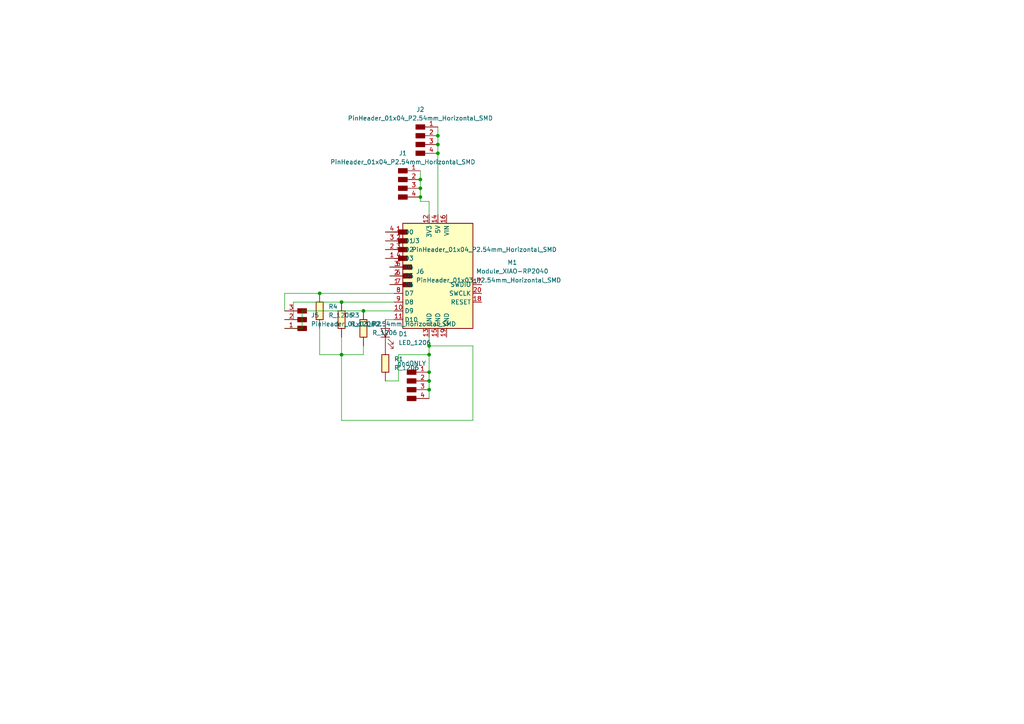
<source format=kicad_sch>
(kicad_sch (version 20250114) (generator "eeschema") (generator_version "9.0")
  (paper "A4")
  (lib_symbols
    (symbol "fab:LED_1206" (pin_numbers (hide yes)) (pin_names (offset 1.016) (hide yes))
      (property "Reference" "D" (at 0 2.54 0))
      (property "Value" "LED_1206" (at 0 -2.54 0))
      (symbol "LED_1206_0_1"
        (polyline (pts (xy -3.048 -0.762) (xy -4.572 -2.286) (xy -3.81 -2.286) (xy -4.572 -2.286) (xy -4.572 -1.524)))
        (polyline (pts (xy -1.778 -0.762) (xy -3.302 -2.286) (xy -2.54 -2.286) (xy -3.302 -2.286) (xy -3.302 -1.524)))
        (polyline (pts (xy -1.27 0) (xy 1.27 0)))
        (polyline (pts (xy -1.27 -1.27) (xy -1.27 1.27)) (stroke (width 0.2032)))
        (polyline (pts (xy 1.27 -1.27) (xy 1.27 1.27) (xy -1.27 0) (xy 1.27 -1.27)) (stroke (width 0.2032)))
      )
      (symbol "LED_1206_1_1"
        (pin passive line (at -3.81 0 0) (length 2.54) (name "K") (number "1"))
        (pin passive line (at 3.81 0 180) (length 2.54) (name "A") (number "2"))
      )
    )
    (symbol "fab:Module_XIAO-RP2040"
      (property "Reference" "M" (at -10.16 16.51 0))
      (property "Value" "Module_XIAO-RP2040" (at 3.81 16.51 0))
      (symbol "Module_XIAO-RP2040_1_1"
        (rectangle (start -10.16 15.24) (end 10.16 -15.24) (stroke (width 0.254)) (fill (type background)))
        (pin bidirectional line (at -12.7 12.7 0) (length 2.54) (name "D0") (number "1"))
        (pin bidirectional line (at -12.7 10.16 0) (length 2.54) (name "D1") (number "2"))
        (pin bidirectional line (at -12.7 7.62 0) (length 2.54) (name "D2") (number "3"))
        (pin bidirectional line (at -12.7 5.08 0) (length 2.54) (name "D3") (number "4"))
        (pin bidirectional line (at -12.7 2.54 0) (length 2.54) (name "D4") (number "5"))
        (pin bidirectional line (at -12.7 0 0) (length 2.54) (name "D5") (number "6"))
        (pin bidirectional line (at -12.7 -2.54 0) (length 2.54) (name "D6") (number "7"))
        (pin bidirectional line (at -12.7 -5.08 0) (length 2.54) (name "D7") (number "8"))
        (pin bidirectional line (at -12.7 -7.62 0) (length 2.54) (name "D8") (number "9"))
        (pin bidirectional line (at -12.7 -10.16 0) (length 2.54) (name "D9") (number "10"))
        (pin bidirectional line (at -12.7 -12.7 0) (length 2.54) (name "D10") (number "11"))
        (pin power_in line (at -2.54 17.78 270) (length 2.54) (name "3V3") (number "12"))
        (pin power_in line (at -2.54 -17.78 90) (length 2.54) (name "GND") (number "13"))
        (pin power_in line (at 0 17.78 270) (length 2.54) (name "5V") (number "14"))
        (pin power_in line (at 0 -17.78 90) (length 2.54) (name "GND") (number "15"))
        (pin power_in line (at 2.54 17.78 270) (length 2.54) (name "VIN") (number "16"))
        (pin power_in line (at 2.54 -17.78 90) (length 2.54) (name "GND") (number "19"))
        (pin bidirectional line (at 12.7 -2.54 180) (length 2.54) (name "SWDIO") (number "17"))
        (pin input line (at 12.7 -5.08 180) (length 2.54) (name "SWCLK") (number "20"))
        (pin input line (at 12.7 -7.62 180) (length 2.54) (name "RESET") (number "18"))
      )
    )
    (symbol "fab:PinHeader_01x03_P2.54mm_Horizontal_SMD" (pin_names (hide yes))
      (property "Reference" "J" (at 0 5.08 0))
      (property "Value" "PinHeader_01x03_P2.54mm_Horizontal_SMD" (at 0 -5.08 0))
      (symbol "PinHeader_01x03_P2.54mm_Horizontal_SMD_1_1"
        (rectangle (start -1.27 3.175) (end 1.27 1.905) (stroke (width 0.254)) (fill (type outline)))
        (rectangle (start -1.27 0.635) (end 1.27 -0.635) (stroke (width 0.254)) (fill (type outline)))
        (rectangle (start -1.27 -1.905) (end 1.27 -3.175) (stroke (width 0.254)) (fill (type outline)))
        (pin passive line (at 5.08 2.54 180) (length 3.81) (name "Pin_1") (number "1"))
        (pin passive line (at 5.08 0 180) (length 3.81) (name "Pin_2") (number "2"))
        (pin passive line (at 5.08 -2.54 180) (length 3.81) (name "Pin_3") (number "3"))
      )
    )
    (symbol "fab:PinHeader_01x04_P2.54mm_Horizontal_SMD" (pin_names (hide yes))
      (property "Reference" "J" (at 0 5.08 0))
      (property "Value" "PinHeader_01x04_P2.54mm_Horizontal_SMD" (at 0 -7.62 0))
      (symbol "PinHeader_01x04_P2.54mm_Horizontal_SMD_1_1"
        (rectangle (start -1.27 3.175) (end 1.27 1.905) (stroke (width 0.254)) (fill (type outline)))
        (rectangle (start -1.27 0.635) (end 1.27 -0.635) (stroke (width 0.254)) (fill (type outline)))
        (rectangle (start -1.27 -1.905) (end 1.27 -3.175) (stroke (width 0.254)) (fill (type outline)))
        (rectangle (start -1.27 -4.445) (end 1.27 -5.715) (stroke (width 0.254)) (fill (type outline)))
        (pin passive line (at 5.08 2.54 180) (length 3.81) (name "Pin_1") (number "1"))
        (pin passive line (at 5.08 0 180) (length 3.81) (name "Pin_2") (number "2"))
        (pin passive line (at 5.08 -2.54 180) (length 3.81) (name "Pin_3") (number "3"))
        (pin passive line (at 5.08 -5.08 180) (length 3.81) (name "Pin_4") (number "4"))
      )
    )
    (symbol "fab:R_1206" (pin_numbers (hide yes)) (pin_names (offset 0))
      (property "Reference" "R" (at 2.54 0 90))
      (property "Value" "R_1206" (at -2.54 0 90))
      (symbol "R_1206_0_1"
        (rectangle (start -1.016 -2.54) (end 1.016 2.54) (stroke (width 0.254)) (fill (type background)))
      )
      (symbol "R_1206_1_1"
        (pin passive line (at 0 5.08 270) (length 2.54) (name "~") (number "1"))
        (pin passive line (at 0 -5.08 90) (length 2.54) (name "~") (number "2"))
      )
    )
  )
  (junction (at 127 44.45))
  (junction (at 127 39.37))
  (junction (at 124.46 110.49))
  (junction (at 121.92 54.61))
  (junction (at 105.41 90.17))
  (junction (at 99.06 102.87))
  (junction (at 124.46 113.03))
  (junction (at 121.92 52.07))
  (junction (at 121.92 57.15))
  (junction (at 99.06 87.63))
  (junction (at 124.46 102.87))
  (junction (at 92.71 85.09))
  (junction (at 124.46 107.95))
  (junction (at 127 41.91))
  (junction (at 124.46 100.33))
  (wire (pts (xy 114.3 85.09) (xy 92.71 85.09)))
  (wire (pts (xy 111.76 72.39) (xy 114.3 72.39)))
  (wire (pts (xy 127 36.83) (xy 127 39.37)))
  (wire (pts (xy 111.76 110.49) (xy 115.57 110.49)))
  (wire (pts (xy 121.92 52.07) (xy 121.92 54.61)))
  (wire (pts (xy 113.03 80.01) (xy 114.3 80.01)))
  (wire (pts (xy 121.92 49.53) (xy 121.92 52.07)))
  (wire (pts (xy 124.46 110.49) (xy 124.46 107.95)))
  (wire (pts (xy 111.76 92.71) (xy 114.3 92.71)))
  (wire (pts (xy 111.76 74.93) (xy 114.3 74.93)))
  (wire (pts (xy 121.92 58.42) (xy 124.46 58.42)))
  (wire (pts (xy 124.46 102.87) (xy 124.46 107.95)))
  (wire (pts (xy 127 39.37) (xy 127 41.91)))
  (wire (pts (xy 115.57 102.87) (xy 124.46 102.87)))
  (wire (pts (xy 92.71 95.25) (xy 92.71 102.87)))
  (wire (pts (xy 113.03 77.47) (xy 114.3 77.47)))
  (wire (pts (xy 137.16 100.33) (xy 124.46 100.33)))
  (wire (pts (xy 124.46 100.33) (xy 124.46 102.87)))
  (wire (pts (xy 124.46 113.03) (xy 124.46 110.49)))
  (wire (pts (xy 127 44.45) (xy 127 62.23)))
  (wire (pts (xy 105.41 100.33) (xy 105.41 102.87)))
  (wire (pts (xy 121.92 54.61) (xy 121.92 57.15)))
  (wire (pts (xy 99.06 102.87) (xy 105.41 102.87)))
  (wire (pts (xy 114.3 87.63) (xy 99.06 87.63)))
  (wire (pts (xy 121.92 57.15) (xy 121.92 58.42)))
  (wire (pts (xy 99.06 121.92) (xy 137.16 121.92)))
  (wire (pts (xy 92.71 85.09) (xy 82.55 85.09)))
  (wire (pts (xy 111.76 67.31) (xy 114.3 67.31)))
  (wire (pts (xy 87.63 90.17) (xy 105.41 90.17)))
  (wire (pts (xy 113.03 82.55) (xy 114.3 82.55)))
  (wire (pts (xy 99.06 87.63) (xy 85.09 87.63)))
  (wire (pts (xy 87.63 95.25) (xy 87.63 90.17)))
  (wire (pts (xy 85.09 92.71) (xy 82.55 92.71)))
  (wire (pts (xy 124.46 58.42) (xy 124.46 62.23)))
  (wire (pts (xy 111.76 69.85) (xy 114.3 69.85)))
  (wire (pts (xy 115.57 110.49) (xy 115.57 102.87)))
  (wire (pts (xy 105.41 90.17) (xy 114.3 90.17)))
  (wire (pts (xy 82.55 85.09) (xy 82.55 90.17)))
  (wire (pts (xy 99.06 97.79) (xy 99.06 102.87)))
  (wire (pts (xy 99.06 102.87) (xy 99.06 121.92)))
  (wire (pts (xy 92.71 102.87) (xy 99.06 102.87)))
  (wire (pts (xy 124.46 113.03) (xy 124.46 115.57)))
  (wire (pts (xy 137.16 100.33) (xy 137.16 121.92)))
  (wire (pts (xy 124.46 97.79) (xy 124.46 100.33)))
  (wire (pts (xy 85.09 87.63) (xy 85.09 92.71)))
  (wire (pts (xy 82.55 95.25) (xy 87.63 95.25)))
  (wire (pts (xy 127 41.91) (xy 127 44.45)))
  (symbol (lib_id "fab:PinHeader_01x03_P2.54mm_Horizontal_SMD") (at 87.63 92.71 180) (unit 1)
    (property "Reference" "J5" (at 90.17 91.4399 0) (effects (justify right)))
    (property "Value" "PinHeader_01x03_P2.54mm_Horizontal_SMD" (at 90.17 93.9799 0) (effects (justify right)))
    (property "Footprint" "fab:PinHeader_01x03_P2.54mm_Horizontal_SMD" (effects (hide yes)))
    (property "Description" "Male connector, single row" (effects (hide yes)))
  )
  (symbol (lib_id "fab:PinHeader_01x04_P2.54mm_Horizontal_SMD") (at 116.84 52.07 0) (unit 1)
    (property "Reference" "J1" (at 116.84 44.45 0))
    (property "Value" "PinHeader_01x04_P2.54mm_Horizontal_SMD" (at 116.84 46.99 0))
    (property "Footprint" "fab:PinHeader_01x04_P2.54mm_Horizontal_SMD" (effects (hide yes)))
    (property "Description" "Male connector, single row" (effects (hide yes)))
  )
  (symbol (lib_id "fab:PinHeader_01x03_P2.54mm_Horizontal_SMD") (at 118.11 80.01 180) (unit 1)
    (property "Reference" "J6" (at 120.65 78.7399 0) (effects (justify right)))
    (property "Value" "PinHeader_01x03_P2.54mm_Horizontal_SMD" (at 120.65 81.2799 0) (effects (justify right)))
    (property "Footprint" "fab:PinHeader_01x03_P2.54mm_Horizontal_SMD" (effects (hide yes)))
    (property "Description" "Male connector, single row" (effects (hide yes)))
  )
  (symbol (lib_id "fab:R_1206") (at 105.41 95.25 180) (unit 1)
    (property "Reference" "R2" (at 107.95 93.9799 0) (effects (justify right)))
    (property "Value" "R_1206" (at 107.95 96.5199 0) (effects (justify right)))
    (property "Footprint" "fab:R_1206" (effects (hide yes)))
    (property "Description" "Resistor" (effects (hide yes)))
  )
  (symbol (lib_id "fab:PinHeader_01x04_P2.54mm_Horizontal_SMD") (at 116.84 72.39 180) (unit 1)
    (property "Reference" "J3" (at 119.38 69.8499 0) (effects (justify right)))
    (property "Value" "PinHeader_01x04_P2.54mm_Horizontal_SMD" (at 119.38 72.3899 0) (effects (justify right)))
    (property "Footprint" "fab:PinHeader_01x04_P2.54mm_Horizontal_SMD" (effects (hide yes)))
    (property "Description" "Male connector, single row" (effects (hide yes)))
  )
  (symbol (lib_id "fab:R_1206") (at 92.71 90.17 180) (unit 1)
    (property "Reference" "R4" (at 95.25 88.8999 0) (effects (justify right)))
    (property "Value" "R_1206" (at 95.25 91.4399 0) (effects (justify right)))
    (property "Footprint" "fab:R_1206" (effects (hide yes)))
    (property "Description" "Resistor" (effects (hide yes)))
  )
  (symbol (lib_id "fab:PinHeader_01x04_P2.54mm_Horizontal_SMD") (at 119.38 110.49 0) (unit 1)
    (property "Reference" "J4" (effects (hide yes)))
    (property "Value" "gndONLY" (at 119.38 105.41 0))
    (property "Footprint" "fab:PinHeader_01x04_P2.54mm_Horizontal_SMD" (effects (hide yes)))
    (property "Description" "Male connector, single row" (effects (hide yes)))
  )
  (symbol (lib_id "fab:LED_1206") (at 111.76 96.52 90) (unit 1)
    (property "Reference" "D1" (at 115.57 96.8501 90) (effects (justify right)))
    (property "Value" "LED_1206" (at 115.57 99.3901 90) (effects (justify right)))
    (property "Footprint" "fab:LED_1206" (effects (hide yes)))
    (property "Datasheet" "https://optoelectronics.liteon.com/upload/download/DS-22-98-0002/LTST-C150CKT.pdf" (effects (hide yes)))
    (property "Description" "Light emitting diode, Lite-On Inc. LTST, SMD" (effects (hide yes)))
  )
  (symbol (lib_id "fab:R_1206") (at 111.76 105.41 180) (unit 1)
    (property "Reference" "R1" (at 114.3 104.1399 0) (effects (justify right)))
    (property "Value" "R_1206" (at 114.3 106.6799 0) (effects (justify right)))
    (property "Footprint" "fab:R_1206" (effects (hide yes)))
    (property "Description" "Resistor" (effects (hide yes)))
  )
  (symbol (lib_id "fab:PinHeader_01x04_P2.54mm_Horizontal_SMD") (at 121.92 39.37 0) (unit 1)
    (property "Reference" "J2" (at 121.92 31.75 0))
    (property "Value" "PinHeader_01x04_P2.54mm_Horizontal_SMD" (at 121.92 34.29 0))
    (property "Footprint" "fab:PinHeader_01x04_P2.54mm_Horizontal_SMD" (effects (hide yes)))
    (property "Description" "Male connector, single row" (effects (hide yes)))
  )
  (symbol (lib_id "fab:R_1206") (at 99.06 92.71 180) (unit 1)
    (property "Reference" "R3" (at 101.6 91.4399 0) (effects (justify right)))
    (property "Value" "R_1206" (at 101.6 93.9799 0) (effects (justify right)))
    (property "Footprint" "fab:R_1206" (effects (hide yes)))
    (property "Description" "Resistor" (effects (hide yes)))
  )
  (symbol (lib_id "fab:Module_XIAO-RP2040") (at 127 80.01 0) (unit 1)
    (property "Reference" "M1" (at 148.59 76.1298 0))
    (property "Value" "Module_XIAO-RP2040" (at 148.59 78.6698 0))
    (property "Footprint" "fab:SeeedStudio_XIAO_RP2040" (effects (hide yes)))
    (property "Datasheet" "https://wiki.seeedstudio.com/XIAO-RP2040/" (effects (hide yes)))
    (property "Description" "RP2040 XIAO RP2040 - ARM® Dual-Core Cortex®-M0+ MCU 32-Bit Embedded Evaluation Board" (effects (hide yes)))
  )
)
</source>
